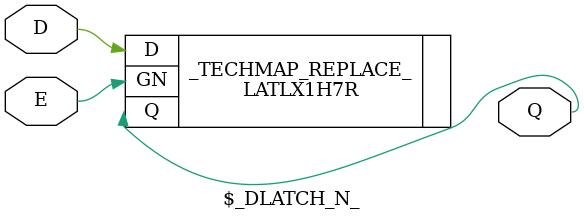
<source format=v>
module $_DLATCH_P_(input E, input D, output Q);
    LATHX1H7R _TECHMAP_REPLACE_ (
        .D(D),
        .G(E),
        .Q(Q)
        );
endmodule

module $_DLATCH_N_(input E, input D, output Q);
    LATLX1H7R _TECHMAP_REPLACE_ (
        .D(D),
        .GN(E),
        .Q(Q)
        );
endmodule

</source>
